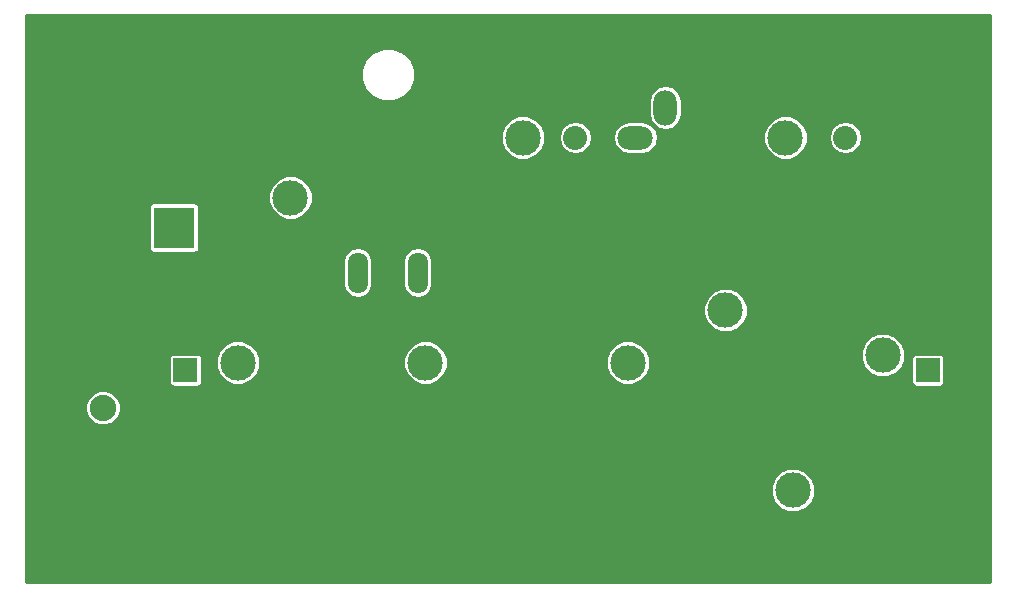
<source format=gbr>
G04 #@! TF.FileFunction,Copper,L2,Bot,Signal*
%FSLAX46Y46*%
G04 Gerber Fmt 4.6, Leading zero omitted, Abs format (unit mm)*
G04 Created by KiCad (PCBNEW 4.0.5) date Saturday, January 28, 2017 'PMt' 09:11:23 PM*
%MOMM*%
%LPD*%
G01*
G04 APERTURE LIST*
%ADD10C,0.100000*%
%ADD11O,1.699260X3.500120*%
%ADD12C,2.999740*%
%ADD13R,2.032000X2.032000*%
%ADD14O,2.032000X2.032000*%
%ADD15R,3.500120X3.500120*%
%ADD16O,2.999740X1.998980*%
%ADD17O,1.998980X2.999740*%
%ADD18C,2.740000*%
%ADD19C,2.240000*%
%ADD20C,0.254000*%
G04 APERTURE END LIST*
D10*
D11*
X80645000Y-101600000D03*
X78105000Y-101600000D03*
X83185000Y-101600000D03*
D12*
X72390000Y-95250000D03*
X72390000Y-99060000D03*
X72390000Y-102870000D03*
D13*
X63500000Y-109855000D03*
D14*
X63500000Y-112395000D03*
D15*
X62514480Y-97790000D03*
X56515000Y-97790000D03*
X59514740Y-102489000D03*
D13*
X96520000Y-92710000D03*
D14*
X96520000Y-90170000D03*
D13*
X119380000Y-92710000D03*
D14*
X119380000Y-90170000D03*
D13*
X126365000Y-109855000D03*
D14*
X126365000Y-112395000D03*
D12*
X67945000Y-109220000D03*
X67945000Y-113030000D03*
X67945000Y-116840000D03*
X92075000Y-90170000D03*
X92075000Y-93980000D03*
X92075000Y-97790000D03*
X83820000Y-109220000D03*
X83820000Y-113030000D03*
X83820000Y-116840000D03*
X114300000Y-90170000D03*
X114300000Y-93980000D03*
X114300000Y-97790000D03*
X109220000Y-104775000D03*
X113030000Y-104775000D03*
X116840000Y-104775000D03*
X114935000Y-120015000D03*
X118745000Y-120015000D03*
X122555000Y-120015000D03*
X100965000Y-109220000D03*
X100965000Y-113030000D03*
X100965000Y-116840000D03*
X122555000Y-108585000D03*
X122555000Y-112395000D03*
X122555000Y-116205000D03*
D16*
X101600000Y-90170000D03*
D17*
X104140000Y-92710000D03*
X104140000Y-87630000D03*
D18*
X53975000Y-115570000D03*
X59055000Y-115570000D03*
X59055000Y-110490000D03*
X53975000Y-110490000D03*
D19*
X56515000Y-113030000D03*
D20*
G36*
X131628000Y-127818000D02*
X49982000Y-127818000D01*
X49982000Y-120386695D01*
X113057805Y-120386695D01*
X113342939Y-121076772D01*
X113870450Y-121605205D01*
X114560030Y-121891543D01*
X115306695Y-121892195D01*
X115996772Y-121607061D01*
X116525205Y-121079550D01*
X116811543Y-120389970D01*
X116812195Y-119643305D01*
X116527061Y-118953228D01*
X115999550Y-118424795D01*
X115309970Y-118138457D01*
X114563305Y-118137805D01*
X113873228Y-118422939D01*
X113344795Y-118950450D01*
X113058457Y-119640030D01*
X113057805Y-120386695D01*
X49982000Y-120386695D01*
X49982000Y-113326465D01*
X55017741Y-113326465D01*
X55245165Y-113876875D01*
X55665910Y-114298355D01*
X56215922Y-114526740D01*
X56811465Y-114527259D01*
X57361875Y-114299835D01*
X57783355Y-113879090D01*
X58011740Y-113329078D01*
X58012259Y-112733535D01*
X57784835Y-112183125D01*
X57364090Y-111761645D01*
X56814078Y-111533260D01*
X56218535Y-111532741D01*
X55668125Y-111760165D01*
X55246645Y-112180910D01*
X55018260Y-112730922D01*
X55017741Y-113326465D01*
X49982000Y-113326465D01*
X49982000Y-108839000D01*
X62099615Y-108839000D01*
X62099615Y-110871000D01*
X62125903Y-111010708D01*
X62208470Y-111139020D01*
X62334453Y-111225101D01*
X62484000Y-111255385D01*
X64516000Y-111255385D01*
X64655708Y-111229097D01*
X64784020Y-111146530D01*
X64870101Y-111020547D01*
X64900385Y-110871000D01*
X64900385Y-109591695D01*
X66067805Y-109591695D01*
X66352939Y-110281772D01*
X66880450Y-110810205D01*
X67570030Y-111096543D01*
X68316695Y-111097195D01*
X69006772Y-110812061D01*
X69535205Y-110284550D01*
X69821543Y-109594970D01*
X69821545Y-109591695D01*
X81942805Y-109591695D01*
X82227939Y-110281772D01*
X82755450Y-110810205D01*
X83445030Y-111096543D01*
X84191695Y-111097195D01*
X84881772Y-110812061D01*
X85410205Y-110284550D01*
X85696543Y-109594970D01*
X85696545Y-109591695D01*
X99087805Y-109591695D01*
X99372939Y-110281772D01*
X99900450Y-110810205D01*
X100590030Y-111096543D01*
X101336695Y-111097195D01*
X102026772Y-110812061D01*
X102555205Y-110284550D01*
X102841543Y-109594970D01*
X102842100Y-108956695D01*
X120677805Y-108956695D01*
X120962939Y-109646772D01*
X121490450Y-110175205D01*
X122180030Y-110461543D01*
X122926695Y-110462195D01*
X123616772Y-110177061D01*
X124145205Y-109649550D01*
X124431543Y-108959970D01*
X124431648Y-108839000D01*
X124964615Y-108839000D01*
X124964615Y-110871000D01*
X124990903Y-111010708D01*
X125073470Y-111139020D01*
X125199453Y-111225101D01*
X125349000Y-111255385D01*
X127381000Y-111255385D01*
X127520708Y-111229097D01*
X127649020Y-111146530D01*
X127735101Y-111020547D01*
X127765385Y-110871000D01*
X127765385Y-108839000D01*
X127739097Y-108699292D01*
X127656530Y-108570980D01*
X127530547Y-108484899D01*
X127381000Y-108454615D01*
X125349000Y-108454615D01*
X125209292Y-108480903D01*
X125080980Y-108563470D01*
X124994899Y-108689453D01*
X124964615Y-108839000D01*
X124431648Y-108839000D01*
X124432195Y-108213305D01*
X124147061Y-107523228D01*
X123619550Y-106994795D01*
X122929970Y-106708457D01*
X122183305Y-106707805D01*
X121493228Y-106992939D01*
X120964795Y-107520450D01*
X120678457Y-108210030D01*
X120677805Y-108956695D01*
X102842100Y-108956695D01*
X102842195Y-108848305D01*
X102557061Y-108158228D01*
X102029550Y-107629795D01*
X101339970Y-107343457D01*
X100593305Y-107342805D01*
X99903228Y-107627939D01*
X99374795Y-108155450D01*
X99088457Y-108845030D01*
X99087805Y-109591695D01*
X85696545Y-109591695D01*
X85697195Y-108848305D01*
X85412061Y-108158228D01*
X84884550Y-107629795D01*
X84194970Y-107343457D01*
X83448305Y-107342805D01*
X82758228Y-107627939D01*
X82229795Y-108155450D01*
X81943457Y-108845030D01*
X81942805Y-109591695D01*
X69821545Y-109591695D01*
X69822195Y-108848305D01*
X69537061Y-108158228D01*
X69009550Y-107629795D01*
X68319970Y-107343457D01*
X67573305Y-107342805D01*
X66883228Y-107627939D01*
X66354795Y-108155450D01*
X66068457Y-108845030D01*
X66067805Y-109591695D01*
X64900385Y-109591695D01*
X64900385Y-108839000D01*
X64874097Y-108699292D01*
X64791530Y-108570980D01*
X64665547Y-108484899D01*
X64516000Y-108454615D01*
X62484000Y-108454615D01*
X62344292Y-108480903D01*
X62215980Y-108563470D01*
X62129899Y-108689453D01*
X62099615Y-108839000D01*
X49982000Y-108839000D01*
X49982000Y-105146695D01*
X107342805Y-105146695D01*
X107627939Y-105836772D01*
X108155450Y-106365205D01*
X108845030Y-106651543D01*
X109591695Y-106652195D01*
X110281772Y-106367061D01*
X110810205Y-105839550D01*
X111096543Y-105149970D01*
X111097195Y-104403305D01*
X110812061Y-103713228D01*
X110284550Y-103184795D01*
X109594970Y-102898457D01*
X108848305Y-102897805D01*
X108158228Y-103182939D01*
X107629795Y-103710450D01*
X107343457Y-104400030D01*
X107342805Y-105146695D01*
X49982000Y-105146695D01*
X49982000Y-100657898D01*
X76878370Y-100657898D01*
X76878370Y-102542102D01*
X76971742Y-103011513D01*
X77237642Y-103409460D01*
X77635589Y-103675360D01*
X78105000Y-103768732D01*
X78574411Y-103675360D01*
X78972358Y-103409460D01*
X79238258Y-103011513D01*
X79331630Y-102542102D01*
X79331630Y-100657898D01*
X81958370Y-100657898D01*
X81958370Y-102542102D01*
X82051742Y-103011513D01*
X82317642Y-103409460D01*
X82715589Y-103675360D01*
X83185000Y-103768732D01*
X83654411Y-103675360D01*
X84052358Y-103409460D01*
X84318258Y-103011513D01*
X84411630Y-102542102D01*
X84411630Y-100657898D01*
X84318258Y-100188487D01*
X84052358Y-99790540D01*
X83654411Y-99524640D01*
X83185000Y-99431268D01*
X82715589Y-99524640D01*
X82317642Y-99790540D01*
X82051742Y-100188487D01*
X81958370Y-100657898D01*
X79331630Y-100657898D01*
X79238258Y-100188487D01*
X78972358Y-99790540D01*
X78574411Y-99524640D01*
X78105000Y-99431268D01*
X77635589Y-99524640D01*
X77237642Y-99790540D01*
X76971742Y-100188487D01*
X76878370Y-100657898D01*
X49982000Y-100657898D01*
X49982000Y-96039940D01*
X60380035Y-96039940D01*
X60380035Y-99540060D01*
X60406323Y-99679768D01*
X60488890Y-99808080D01*
X60614873Y-99894161D01*
X60764420Y-99924445D01*
X64264540Y-99924445D01*
X64404248Y-99898157D01*
X64532560Y-99815590D01*
X64618641Y-99689607D01*
X64648925Y-99540060D01*
X64648925Y-96039940D01*
X64622637Y-95900232D01*
X64540070Y-95771920D01*
X64414087Y-95685839D01*
X64264540Y-95655555D01*
X60764420Y-95655555D01*
X60624712Y-95681843D01*
X60496400Y-95764410D01*
X60410319Y-95890393D01*
X60380035Y-96039940D01*
X49982000Y-96039940D01*
X49982000Y-95621695D01*
X70512805Y-95621695D01*
X70797939Y-96311772D01*
X71325450Y-96840205D01*
X72015030Y-97126543D01*
X72761695Y-97127195D01*
X73451772Y-96842061D01*
X73980205Y-96314550D01*
X74266543Y-95624970D01*
X74267195Y-94878305D01*
X73982061Y-94188228D01*
X73454550Y-93659795D01*
X72764970Y-93373457D01*
X72018305Y-93372805D01*
X71328228Y-93657939D01*
X70799795Y-94185450D01*
X70513457Y-94875030D01*
X70512805Y-95621695D01*
X49982000Y-95621695D01*
X49982000Y-90541695D01*
X90197805Y-90541695D01*
X90482939Y-91231772D01*
X91010450Y-91760205D01*
X91700030Y-92046543D01*
X92446695Y-92047195D01*
X93136772Y-91762061D01*
X93665205Y-91234550D01*
X93951543Y-90544970D01*
X93951870Y-90170000D01*
X95099710Y-90170000D01*
X95205746Y-90703078D01*
X95507710Y-91155000D01*
X95959632Y-91456964D01*
X96492710Y-91563000D01*
X96547290Y-91563000D01*
X97080368Y-91456964D01*
X97532290Y-91155000D01*
X97834254Y-90703078D01*
X97940290Y-90170000D01*
X99686360Y-90170000D01*
X99791139Y-90696760D01*
X100089525Y-91143325D01*
X100536090Y-91441711D01*
X101062850Y-91546490D01*
X102137150Y-91546490D01*
X102663910Y-91441711D01*
X103110475Y-91143325D01*
X103408861Y-90696760D01*
X103439705Y-90541695D01*
X112422805Y-90541695D01*
X112707939Y-91231772D01*
X113235450Y-91760205D01*
X113925030Y-92046543D01*
X114671695Y-92047195D01*
X115361772Y-91762061D01*
X115890205Y-91234550D01*
X116176543Y-90544970D01*
X116176870Y-90170000D01*
X117959710Y-90170000D01*
X118065746Y-90703078D01*
X118367710Y-91155000D01*
X118819632Y-91456964D01*
X119352710Y-91563000D01*
X119407290Y-91563000D01*
X119940368Y-91456964D01*
X120392290Y-91155000D01*
X120694254Y-90703078D01*
X120800290Y-90170000D01*
X120694254Y-89636922D01*
X120392290Y-89185000D01*
X119940368Y-88883036D01*
X119407290Y-88777000D01*
X119352710Y-88777000D01*
X118819632Y-88883036D01*
X118367710Y-89185000D01*
X118065746Y-89636922D01*
X117959710Y-90170000D01*
X116176870Y-90170000D01*
X116177195Y-89798305D01*
X115892061Y-89108228D01*
X115364550Y-88579795D01*
X114674970Y-88293457D01*
X113928305Y-88292805D01*
X113238228Y-88577939D01*
X112709795Y-89105450D01*
X112423457Y-89795030D01*
X112422805Y-90541695D01*
X103439705Y-90541695D01*
X103513640Y-90170000D01*
X103408861Y-89643240D01*
X103110475Y-89196675D01*
X102663910Y-88898289D01*
X102137150Y-88793510D01*
X101062850Y-88793510D01*
X100536090Y-88898289D01*
X100089525Y-89196675D01*
X99791139Y-89643240D01*
X99686360Y-90170000D01*
X97940290Y-90170000D01*
X97834254Y-89636922D01*
X97532290Y-89185000D01*
X97080368Y-88883036D01*
X96547290Y-88777000D01*
X96492710Y-88777000D01*
X95959632Y-88883036D01*
X95507710Y-89185000D01*
X95205746Y-89636922D01*
X95099710Y-90170000D01*
X93951870Y-90170000D01*
X93952195Y-89798305D01*
X93667061Y-89108228D01*
X93139550Y-88579795D01*
X92449970Y-88293457D01*
X91703305Y-88292805D01*
X91013228Y-88577939D01*
X90484795Y-89105450D01*
X90198457Y-89795030D01*
X90197805Y-90541695D01*
X49982000Y-90541695D01*
X49982000Y-85286920D01*
X78367686Y-85286920D01*
X78713596Y-86124086D01*
X79353545Y-86765153D01*
X80190106Y-87112523D01*
X81095920Y-87113314D01*
X81145446Y-87092850D01*
X102763510Y-87092850D01*
X102763510Y-88167150D01*
X102868289Y-88693910D01*
X103166675Y-89140475D01*
X103613240Y-89438861D01*
X104140000Y-89543640D01*
X104666760Y-89438861D01*
X105113325Y-89140475D01*
X105411711Y-88693910D01*
X105516490Y-88167150D01*
X105516490Y-87092850D01*
X105411711Y-86566090D01*
X105113325Y-86119525D01*
X104666760Y-85821139D01*
X104140000Y-85716360D01*
X103613240Y-85821139D01*
X103166675Y-86119525D01*
X102868289Y-86566090D01*
X102763510Y-87092850D01*
X81145446Y-87092850D01*
X81933086Y-86767404D01*
X82574153Y-86127455D01*
X82921523Y-85290894D01*
X82922314Y-84385080D01*
X82576404Y-83547914D01*
X81936455Y-82906847D01*
X81099894Y-82559477D01*
X80194080Y-82558686D01*
X79356914Y-82904596D01*
X78715847Y-83544545D01*
X78368477Y-84381106D01*
X78367686Y-85286920D01*
X49982000Y-85286920D01*
X49982000Y-79827000D01*
X131628000Y-79827000D01*
X131628000Y-127818000D01*
X131628000Y-127818000D01*
G37*
X131628000Y-127818000D02*
X49982000Y-127818000D01*
X49982000Y-120386695D01*
X113057805Y-120386695D01*
X113342939Y-121076772D01*
X113870450Y-121605205D01*
X114560030Y-121891543D01*
X115306695Y-121892195D01*
X115996772Y-121607061D01*
X116525205Y-121079550D01*
X116811543Y-120389970D01*
X116812195Y-119643305D01*
X116527061Y-118953228D01*
X115999550Y-118424795D01*
X115309970Y-118138457D01*
X114563305Y-118137805D01*
X113873228Y-118422939D01*
X113344795Y-118950450D01*
X113058457Y-119640030D01*
X113057805Y-120386695D01*
X49982000Y-120386695D01*
X49982000Y-113326465D01*
X55017741Y-113326465D01*
X55245165Y-113876875D01*
X55665910Y-114298355D01*
X56215922Y-114526740D01*
X56811465Y-114527259D01*
X57361875Y-114299835D01*
X57783355Y-113879090D01*
X58011740Y-113329078D01*
X58012259Y-112733535D01*
X57784835Y-112183125D01*
X57364090Y-111761645D01*
X56814078Y-111533260D01*
X56218535Y-111532741D01*
X55668125Y-111760165D01*
X55246645Y-112180910D01*
X55018260Y-112730922D01*
X55017741Y-113326465D01*
X49982000Y-113326465D01*
X49982000Y-108839000D01*
X62099615Y-108839000D01*
X62099615Y-110871000D01*
X62125903Y-111010708D01*
X62208470Y-111139020D01*
X62334453Y-111225101D01*
X62484000Y-111255385D01*
X64516000Y-111255385D01*
X64655708Y-111229097D01*
X64784020Y-111146530D01*
X64870101Y-111020547D01*
X64900385Y-110871000D01*
X64900385Y-109591695D01*
X66067805Y-109591695D01*
X66352939Y-110281772D01*
X66880450Y-110810205D01*
X67570030Y-111096543D01*
X68316695Y-111097195D01*
X69006772Y-110812061D01*
X69535205Y-110284550D01*
X69821543Y-109594970D01*
X69821545Y-109591695D01*
X81942805Y-109591695D01*
X82227939Y-110281772D01*
X82755450Y-110810205D01*
X83445030Y-111096543D01*
X84191695Y-111097195D01*
X84881772Y-110812061D01*
X85410205Y-110284550D01*
X85696543Y-109594970D01*
X85696545Y-109591695D01*
X99087805Y-109591695D01*
X99372939Y-110281772D01*
X99900450Y-110810205D01*
X100590030Y-111096543D01*
X101336695Y-111097195D01*
X102026772Y-110812061D01*
X102555205Y-110284550D01*
X102841543Y-109594970D01*
X102842100Y-108956695D01*
X120677805Y-108956695D01*
X120962939Y-109646772D01*
X121490450Y-110175205D01*
X122180030Y-110461543D01*
X122926695Y-110462195D01*
X123616772Y-110177061D01*
X124145205Y-109649550D01*
X124431543Y-108959970D01*
X124431648Y-108839000D01*
X124964615Y-108839000D01*
X124964615Y-110871000D01*
X124990903Y-111010708D01*
X125073470Y-111139020D01*
X125199453Y-111225101D01*
X125349000Y-111255385D01*
X127381000Y-111255385D01*
X127520708Y-111229097D01*
X127649020Y-111146530D01*
X127735101Y-111020547D01*
X127765385Y-110871000D01*
X127765385Y-108839000D01*
X127739097Y-108699292D01*
X127656530Y-108570980D01*
X127530547Y-108484899D01*
X127381000Y-108454615D01*
X125349000Y-108454615D01*
X125209292Y-108480903D01*
X125080980Y-108563470D01*
X124994899Y-108689453D01*
X124964615Y-108839000D01*
X124431648Y-108839000D01*
X124432195Y-108213305D01*
X124147061Y-107523228D01*
X123619550Y-106994795D01*
X122929970Y-106708457D01*
X122183305Y-106707805D01*
X121493228Y-106992939D01*
X120964795Y-107520450D01*
X120678457Y-108210030D01*
X120677805Y-108956695D01*
X102842100Y-108956695D01*
X102842195Y-108848305D01*
X102557061Y-108158228D01*
X102029550Y-107629795D01*
X101339970Y-107343457D01*
X100593305Y-107342805D01*
X99903228Y-107627939D01*
X99374795Y-108155450D01*
X99088457Y-108845030D01*
X99087805Y-109591695D01*
X85696545Y-109591695D01*
X85697195Y-108848305D01*
X85412061Y-108158228D01*
X84884550Y-107629795D01*
X84194970Y-107343457D01*
X83448305Y-107342805D01*
X82758228Y-107627939D01*
X82229795Y-108155450D01*
X81943457Y-108845030D01*
X81942805Y-109591695D01*
X69821545Y-109591695D01*
X69822195Y-108848305D01*
X69537061Y-108158228D01*
X69009550Y-107629795D01*
X68319970Y-107343457D01*
X67573305Y-107342805D01*
X66883228Y-107627939D01*
X66354795Y-108155450D01*
X66068457Y-108845030D01*
X66067805Y-109591695D01*
X64900385Y-109591695D01*
X64900385Y-108839000D01*
X64874097Y-108699292D01*
X64791530Y-108570980D01*
X64665547Y-108484899D01*
X64516000Y-108454615D01*
X62484000Y-108454615D01*
X62344292Y-108480903D01*
X62215980Y-108563470D01*
X62129899Y-108689453D01*
X62099615Y-108839000D01*
X49982000Y-108839000D01*
X49982000Y-105146695D01*
X107342805Y-105146695D01*
X107627939Y-105836772D01*
X108155450Y-106365205D01*
X108845030Y-106651543D01*
X109591695Y-106652195D01*
X110281772Y-106367061D01*
X110810205Y-105839550D01*
X111096543Y-105149970D01*
X111097195Y-104403305D01*
X110812061Y-103713228D01*
X110284550Y-103184795D01*
X109594970Y-102898457D01*
X108848305Y-102897805D01*
X108158228Y-103182939D01*
X107629795Y-103710450D01*
X107343457Y-104400030D01*
X107342805Y-105146695D01*
X49982000Y-105146695D01*
X49982000Y-100657898D01*
X76878370Y-100657898D01*
X76878370Y-102542102D01*
X76971742Y-103011513D01*
X77237642Y-103409460D01*
X77635589Y-103675360D01*
X78105000Y-103768732D01*
X78574411Y-103675360D01*
X78972358Y-103409460D01*
X79238258Y-103011513D01*
X79331630Y-102542102D01*
X79331630Y-100657898D01*
X81958370Y-100657898D01*
X81958370Y-102542102D01*
X82051742Y-103011513D01*
X82317642Y-103409460D01*
X82715589Y-103675360D01*
X83185000Y-103768732D01*
X83654411Y-103675360D01*
X84052358Y-103409460D01*
X84318258Y-103011513D01*
X84411630Y-102542102D01*
X84411630Y-100657898D01*
X84318258Y-100188487D01*
X84052358Y-99790540D01*
X83654411Y-99524640D01*
X83185000Y-99431268D01*
X82715589Y-99524640D01*
X82317642Y-99790540D01*
X82051742Y-100188487D01*
X81958370Y-100657898D01*
X79331630Y-100657898D01*
X79238258Y-100188487D01*
X78972358Y-99790540D01*
X78574411Y-99524640D01*
X78105000Y-99431268D01*
X77635589Y-99524640D01*
X77237642Y-99790540D01*
X76971742Y-100188487D01*
X76878370Y-100657898D01*
X49982000Y-100657898D01*
X49982000Y-96039940D01*
X60380035Y-96039940D01*
X60380035Y-99540060D01*
X60406323Y-99679768D01*
X60488890Y-99808080D01*
X60614873Y-99894161D01*
X60764420Y-99924445D01*
X64264540Y-99924445D01*
X64404248Y-99898157D01*
X64532560Y-99815590D01*
X64618641Y-99689607D01*
X64648925Y-99540060D01*
X64648925Y-96039940D01*
X64622637Y-95900232D01*
X64540070Y-95771920D01*
X64414087Y-95685839D01*
X64264540Y-95655555D01*
X60764420Y-95655555D01*
X60624712Y-95681843D01*
X60496400Y-95764410D01*
X60410319Y-95890393D01*
X60380035Y-96039940D01*
X49982000Y-96039940D01*
X49982000Y-95621695D01*
X70512805Y-95621695D01*
X70797939Y-96311772D01*
X71325450Y-96840205D01*
X72015030Y-97126543D01*
X72761695Y-97127195D01*
X73451772Y-96842061D01*
X73980205Y-96314550D01*
X74266543Y-95624970D01*
X74267195Y-94878305D01*
X73982061Y-94188228D01*
X73454550Y-93659795D01*
X72764970Y-93373457D01*
X72018305Y-93372805D01*
X71328228Y-93657939D01*
X70799795Y-94185450D01*
X70513457Y-94875030D01*
X70512805Y-95621695D01*
X49982000Y-95621695D01*
X49982000Y-90541695D01*
X90197805Y-90541695D01*
X90482939Y-91231772D01*
X91010450Y-91760205D01*
X91700030Y-92046543D01*
X92446695Y-92047195D01*
X93136772Y-91762061D01*
X93665205Y-91234550D01*
X93951543Y-90544970D01*
X93951870Y-90170000D01*
X95099710Y-90170000D01*
X95205746Y-90703078D01*
X95507710Y-91155000D01*
X95959632Y-91456964D01*
X96492710Y-91563000D01*
X96547290Y-91563000D01*
X97080368Y-91456964D01*
X97532290Y-91155000D01*
X97834254Y-90703078D01*
X97940290Y-90170000D01*
X99686360Y-90170000D01*
X99791139Y-90696760D01*
X100089525Y-91143325D01*
X100536090Y-91441711D01*
X101062850Y-91546490D01*
X102137150Y-91546490D01*
X102663910Y-91441711D01*
X103110475Y-91143325D01*
X103408861Y-90696760D01*
X103439705Y-90541695D01*
X112422805Y-90541695D01*
X112707939Y-91231772D01*
X113235450Y-91760205D01*
X113925030Y-92046543D01*
X114671695Y-92047195D01*
X115361772Y-91762061D01*
X115890205Y-91234550D01*
X116176543Y-90544970D01*
X116176870Y-90170000D01*
X117959710Y-90170000D01*
X118065746Y-90703078D01*
X118367710Y-91155000D01*
X118819632Y-91456964D01*
X119352710Y-91563000D01*
X119407290Y-91563000D01*
X119940368Y-91456964D01*
X120392290Y-91155000D01*
X120694254Y-90703078D01*
X120800290Y-90170000D01*
X120694254Y-89636922D01*
X120392290Y-89185000D01*
X119940368Y-88883036D01*
X119407290Y-88777000D01*
X119352710Y-88777000D01*
X118819632Y-88883036D01*
X118367710Y-89185000D01*
X118065746Y-89636922D01*
X117959710Y-90170000D01*
X116176870Y-90170000D01*
X116177195Y-89798305D01*
X115892061Y-89108228D01*
X115364550Y-88579795D01*
X114674970Y-88293457D01*
X113928305Y-88292805D01*
X113238228Y-88577939D01*
X112709795Y-89105450D01*
X112423457Y-89795030D01*
X112422805Y-90541695D01*
X103439705Y-90541695D01*
X103513640Y-90170000D01*
X103408861Y-89643240D01*
X103110475Y-89196675D01*
X102663910Y-88898289D01*
X102137150Y-88793510D01*
X101062850Y-88793510D01*
X100536090Y-88898289D01*
X100089525Y-89196675D01*
X99791139Y-89643240D01*
X99686360Y-90170000D01*
X97940290Y-90170000D01*
X97834254Y-89636922D01*
X97532290Y-89185000D01*
X97080368Y-88883036D01*
X96547290Y-88777000D01*
X96492710Y-88777000D01*
X95959632Y-88883036D01*
X95507710Y-89185000D01*
X95205746Y-89636922D01*
X95099710Y-90170000D01*
X93951870Y-90170000D01*
X93952195Y-89798305D01*
X93667061Y-89108228D01*
X93139550Y-88579795D01*
X92449970Y-88293457D01*
X91703305Y-88292805D01*
X91013228Y-88577939D01*
X90484795Y-89105450D01*
X90198457Y-89795030D01*
X90197805Y-90541695D01*
X49982000Y-90541695D01*
X49982000Y-85286920D01*
X78367686Y-85286920D01*
X78713596Y-86124086D01*
X79353545Y-86765153D01*
X80190106Y-87112523D01*
X81095920Y-87113314D01*
X81145446Y-87092850D01*
X102763510Y-87092850D01*
X102763510Y-88167150D01*
X102868289Y-88693910D01*
X103166675Y-89140475D01*
X103613240Y-89438861D01*
X104140000Y-89543640D01*
X104666760Y-89438861D01*
X105113325Y-89140475D01*
X105411711Y-88693910D01*
X105516490Y-88167150D01*
X105516490Y-87092850D01*
X105411711Y-86566090D01*
X105113325Y-86119525D01*
X104666760Y-85821139D01*
X104140000Y-85716360D01*
X103613240Y-85821139D01*
X103166675Y-86119525D01*
X102868289Y-86566090D01*
X102763510Y-87092850D01*
X81145446Y-87092850D01*
X81933086Y-86767404D01*
X82574153Y-86127455D01*
X82921523Y-85290894D01*
X82922314Y-84385080D01*
X82576404Y-83547914D01*
X81936455Y-82906847D01*
X81099894Y-82559477D01*
X80194080Y-82558686D01*
X79356914Y-82904596D01*
X78715847Y-83544545D01*
X78368477Y-84381106D01*
X78367686Y-85286920D01*
X49982000Y-85286920D01*
X49982000Y-79827000D01*
X131628000Y-79827000D01*
X131628000Y-127818000D01*
M02*

</source>
